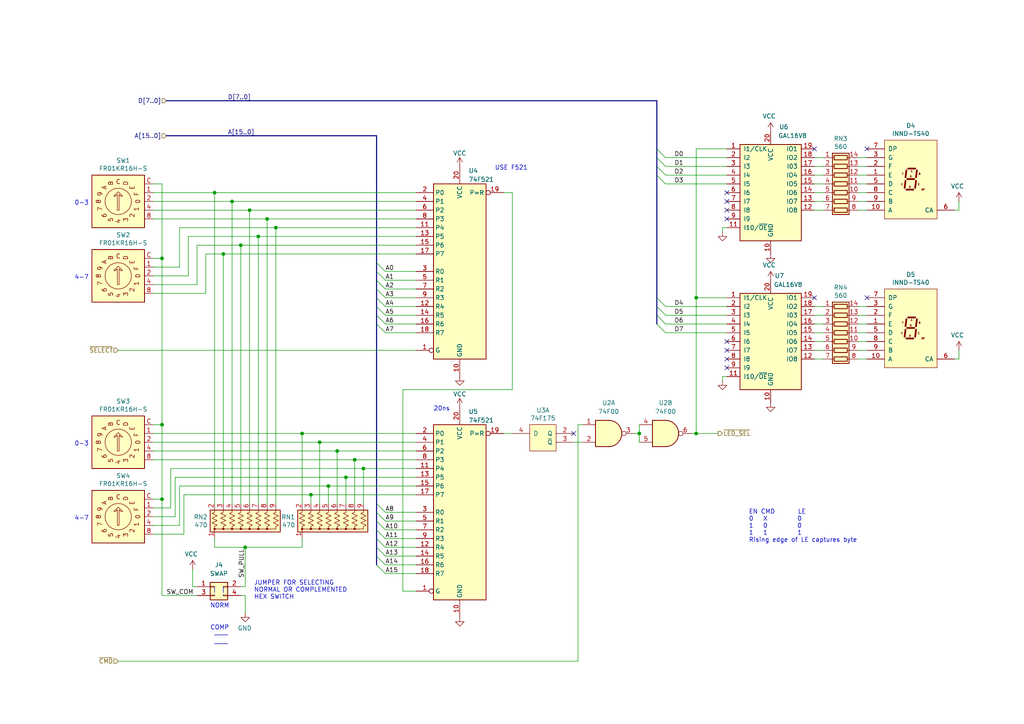
<source format=kicad_sch>
(kicad_sch (version 20211123) (generator eeschema)
  (paper "A4")
  (title_block (title "MC Mechanic") (company "(C) 2022 Tube Time") (comment 1 "http://creativecommons.org/licenses/by-sa/4.0/") (comment 2 "To view a copy of this license, visit") (comment 3 "Attribution-ShareAlike 4.0 International License.") (comment 4 "This work is licensed under the Creative Commons"))
  (lib_symbols
    (symbol "74xx:74LS00" (pin_names (offset 1.016))
      (property "Reference" "U" (at 0 1.27 0))
      (property "Value" "74LS00" (at 0 -1.27 0))
      (symbol "74LS00_1_1"
        (arc (start 0 -3.81) (mid 3.81 0) (end 0 3.81) (stroke (width 0.254)) (fill (type background)))
        (polyline (pts (xy 0 3.81) (xy -3.81 3.81) (xy -3.81 -3.81) (xy 0 -3.81)) (stroke (width 0.254)) (fill (type background)))
        (pin input line (at -7.62 2.54 0) (length 3.81) (name "~") (number "1"))
        (pin input line (at -7.62 -2.54 0) (length 3.81) (name "~") (number "2"))
        (pin output inverted (at 7.62 0 180) (length 3.81) (name "~") (number "3"))
      )
      (symbol "74LS00_1_2"
        (arc (start -3.81 -3.81) (mid -2.589 0) (end -3.81 3.81) (stroke (width 0.254)))
        (arc (start -0.6096 -3.81) (mid 2.1855 -2.584) (end 3.81 0) (stroke (width 0.254)) (fill (type background)))
        (polyline (pts (xy -3.81 -3.81) (xy -0.635 -3.81)) (stroke (width 0.254)) (fill (type background)))
        (polyline (pts (xy -3.81 3.81) (xy -0.635 3.81)) (stroke (width 0.254)) (fill (type background)))
        (polyline (pts (xy -0.635 3.81) (xy -3.81 3.81) (xy -3.81 3.81) (xy -3.556 3.4036) (xy -3.0226 2.2606) (xy -2.6924 1.0414) (xy -2.6162 -0.254) (xy -2.7686 -1.4986) (xy -3.175 -2.7178) (xy -3.81 -3.81) (xy -3.81 -3.81) (xy -0.635 -3.81)) (stroke (width -25.4)) (fill (type background)))
        (arc (start 3.81 0) (mid 2.1928 2.5925) (end -0.6096 3.81) (stroke (width 0.254)) (fill (type background)))
        (pin input inverted (at -7.62 2.54 0) (length 4.318) (name "~") (number "1"))
        (pin input inverted (at -7.62 -2.54 0) (length 4.318) (name "~") (number "2"))
        (pin output line (at 7.62 0 180) (length 3.81) (name "~") (number "3"))
      )
      (symbol "74LS00_2_1"
        (arc (start 0 -3.81) (mid 3.81 0) (end 0 3.81) (stroke (width 0.254)) (fill (type background)))
        (polyline (pts (xy 0 3.81) (xy -3.81 3.81) (xy -3.81 -3.81) (xy 0 -3.81)) (stroke (width 0.254)) (fill (type background)))
        (pin input line (at -7.62 2.54 0) (length 3.81) (name "~") (number "4"))
        (pin input line (at -7.62 -2.54 0) (length 3.81) (name "~") (number "5"))
        (pin output inverted (at 7.62 0 180) (length 3.81) (name "~") (number "6"))
      )
      (symbol "74LS00_2_2"
        (arc (start -3.81 -3.81) (mid -2.589 0) (end -3.81 3.81) (stroke (width 0.254)))
        (arc (start -0.6096 -3.81) (mid 2.1855 -2.584) (end 3.81 0) (stroke (width 0.254)) (fill (type background)))
        (polyline (pts (xy -3.81 -3.81) (xy -0.635 -3.81)) (stroke (width 0.254)) (fill (type background)))
        (polyline (pts (xy -3.81 3.81) (xy -0.635 3.81)) (stroke (width 0.254)) (fill (type background)))
        (polyline (pts (xy -0.635 3.81) (xy -3.81 3.81) (xy -3.81 3.81) (xy -3.556 3.4036) (xy -3.0226 2.2606) (xy -2.6924 1.0414) (xy -2.6162 -0.254) (xy -2.7686 -1.4986) (xy -3.175 -2.7178) (xy -3.81 -3.81) (xy -3.81 -3.81) (xy -0.635 -3.81)) (stroke (width -25.4)) (fill (type background)))
        (arc (start 3.81 0) (mid 2.1928 2.5925) (end -0.6096 3.81) (stroke (width 0.254)) (fill (type background)))
        (pin input inverted (at -7.62 2.54 0) (length 4.318) (name "~") (number "4"))
        (pin input inverted (at -7.62 -2.54 0) (length 4.318) (name "~") (number "5"))
        (pin output line (at 7.62 0 180) (length 3.81) (name "~") (number "6"))
      )
      (symbol "74LS00_3_1"
        (arc (start 0 -3.81) (mid 3.81 0) (end 0 3.81) (stroke (width 0.254)) (fill (type background)))
        (polyline (pts (xy 0 3.81) (xy -3.81 3.81) (xy -3.81 -3.81) (xy 0 -3.81)) (stroke (width 0.254)) (fill (type background)))
        (pin input line (at -7.62 -2.54 0) (length 3.81) (name "~") (number "10"))
        (pin output inverted (at 7.62 0 180) (length 3.81) (name "~") (number "8"))
        (pin input line (at -7.62 2.54 0) (length 3.81) (name "~") (number "9"))
      )
      (symbol "74LS00_3_2"
        (arc (start -3.81 -3.81) (mid -2.589 0) (end -3.81 3.81) (stroke (width 0.254)))
        (arc (start -0.6096 -3.81) (mid 2.1855 -2.584) (end 3.81 0) (stroke (width 0.254)) (fill (type background)))
        (polyline (pts (xy -3.81 -3.81) (xy -0.635 -3.81)) (stroke (width 0.254)) (fill (type background)))
        (polyline (pts (xy -3.81 3.81) (xy -0.635 3.81)) (stroke (width 0.254)) (fill (type background)))
        (polyline (pts (xy -0.635 3.81) (xy -3.81 3.81) (xy -3.81 3.81) (xy -3.556 3.4036) (xy -3.0226 2.2606) (xy -2.6924 1.0414) (xy -2.6162 -0.254) (xy -2.7686 -1.4986) (xy -3.175 -2.7178) (xy -3.81 -3.81) (xy -3.81 -3.81) (xy -0.635 -3.81)) (stroke (width -25.4)) (fill (type background)))
        (arc (start 3.81 0) (mid 2.1928 2.5925) (end -0.6096 3.81) (stroke (width 0.254)) (fill (type background)))
        (pin input inverted (at -7.62 -2.54 0) (length 4.318) (name "~") (number "10"))
        (pin output line (at 7.62 0 180) (length 3.81) (name "~") (number "8"))
        (pin input inverted (at -7.62 2.54 0) (length 4.318) (name "~") (number "9"))
      )
      (symbol "74LS00_4_1"
        (arc (start 0 -3.81) (mid 3.81 0) (end 0 3.81) (stroke (width 0.254)) (fill (type background)))
        (polyline (pts (xy 0 3.81) (xy -3.81 3.81) (xy -3.81 -3.81) (xy 0 -3.81)) (stroke (width 0.254)) (fill (type background)))
        (pin output inverted (at 7.62 0 180) (length 3.81) (name "~") (number "11"))
        (pin input line (at -7.62 2.54 0) (length 3.81) (name "~") (number "12"))
        (pin input line (at -7.62 -2.54 0) (length 3.81) (name "~") (number "13"))
      )
      (symbol "74LS00_4_2"
        (arc (start -3.81 -3.81) (mid -2.589 0) (end -3.81 3.81) (stroke (width 0.254)))
        (arc (start -0.6096 -3.81) (mid 2.1855 -2.584) (end 3.81 0) (stroke (width 0.254)) (fill (type background)))
        (polyline (pts (xy -3.81 -3.81) (xy -0.635 -3.81)) (stroke (width 0.254)) (fill (type background)))
        (polyline (pts (xy -3.81 3.81) (xy -0.635 3.81)) (stroke (width 0.254)) (fill (type background)))
        (polyline (pts (xy -0.635 3.81) (xy -3.81 3.81) (xy -3.81 3.81) (xy -3.556 3.4036) (xy -3.0226 2.2606) (xy -2.6924 1.0414) (xy -2.6162 -0.254) (xy -2.7686 -1.4986) (xy -3.175 -2.7178) (xy -3.81 -3.81) (xy -3.81 -3.81) (xy -0.635 -3.81)) (stroke (width -25.4)) (fill (type background)))
        (arc (start 3.81 0) (mid 2.1928 2.5925) (end -0.6096 3.81) (stroke (width 0.254)) (fill (type background)))
        (pin output line (at 7.62 0 180) (length 3.81) (name "~") (number "11"))
        (pin input inverted (at -7.62 2.54 0) (length 4.318) (name "~") (number "12"))
        (pin input inverted (at -7.62 -2.54 0) (length 4.318) (name "~") (number "13"))
      )
      (symbol "74LS00_5_0"
        (pin power_in line (at 0 12.7 270) (length 5.08) (name "VCC") (number "14"))
        (pin power_in line (at 0 -12.7 90) (length 5.08) (name "GND") (number "7"))
      )
      (symbol "74LS00_5_1"
        (rectangle (start -5.08 7.62) (end 5.08 -7.62) (stroke (width 0.254)) (fill (type background)))
      )
    )
    (symbol "74xx:74LS688"
      (property "Reference" "U" (at -7.62 26.67 0))
      (property "Value" "74LS688" (at -7.62 -26.67 0))
      (symbol "74LS688_1_0"
        (pin input inverted (at -12.7 -22.86 0) (length 5.08) (name "G") (number "1"))
        (pin power_in line (at 0 -30.48 90) (length 5.08) (name "GND") (number "10"))
        (pin input line (at -12.7 12.7 0) (length 5.08) (name "P4") (number "11"))
        (pin input line (at -12.7 -10.16 0) (length 5.08) (name "R4") (number "12"))
        (pin input line (at -12.7 10.16 0) (length 5.08) (name "P5") (number "13"))
        (pin input line (at -12.7 -12.7 0) (length 5.08) (name "R5") (number "14"))
        (pin input line (at -12.7 7.62 0) (length 5.08) (name "P6") (number "15"))
        (pin input line (at -12.7 -15.24 0) (length 5.08) (name "R6") (number "16"))
        (pin input line (at -12.7 5.08 0) (length 5.08) (name "P7") (number "17"))
        (pin input line (at -12.7 -17.78 0) (length 5.08) (name "R7") (number "18"))
        (pin output inverted (at 12.7 22.86 180) (length 5.08) (name "P=R") (number "19"))
        (pin input line (at -12.7 22.86 0) (length 5.08) (name "P0") (number "2"))
        (pin power_in line (at 0 30.48 270) (length 5.08) (name "VCC") (number "20"))
        (pin input line (at -12.7 0 0) (length 5.08) (name "R0") (number "3"))
        (pin input line (at -12.7 20.32 0) (length 5.08) (name "P1") (number "4"))
        (pin input line (at -12.7 -2.54 0) (length 5.08) (name "R1") (number "5"))
        (pin input line (at -12.7 17.78 0) (length 5.08) (name "P2") (number "6"))
        (pin input line (at -12.7 -5.08 0) (length 5.08) (name "R2") (number "7"))
        (pin input line (at -12.7 15.24 0) (length 5.08) (name "P3") (number "8"))
        (pin input line (at -12.7 -7.62 0) (length 5.08) (name "R3") (number "9"))
      )
      (symbol "74LS688_1_1"
        (rectangle (start -7.62 25.4) (end 7.62 -25.4) (stroke (width 0.254)) (fill (type background)))
      )
    )
    (symbol "Connector_Generic:Conn_02x02_Odd_Even" (pin_names (offset 1.016) hide)
      (property "Reference" "J" (at 1.27 2.54 0))
      (property "Value" "Conn_02x02_Odd_Even" (at 1.27 -5.08 0))
      (symbol "Conn_02x02_Odd_Even_1_1"
        (rectangle (start -1.27 -2.413) (end 0 -2.667) (stroke (width 0.1524)))
        (rectangle (start -1.27 0.127) (end 0 -0.127) (stroke (width 0.1524)))
        (rectangle (start -1.27 1.27) (end 3.81 -3.81) (stroke (width 0.254)) (fill (type background)))
        (rectangle (start 3.81 -2.413) (end 2.54 -2.667) (stroke (width 0.1524)))
        (rectangle (start 3.81 0.127) (end 2.54 -0.127) (stroke (width 0.1524)))
        (pin passive line (at -5.08 0 0) (length 3.81) (name "Pin_1") (number "1"))
        (pin passive line (at 7.62 0 180) (length 3.81) (name "Pin_2") (number "2"))
        (pin passive line (at -5.08 -2.54 0) (length 3.81) (name "Pin_3") (number "3"))
        (pin passive line (at 7.62 -2.54 180) (length 3.81) (name "Pin_4") (number "4"))
      )
    )
    (symbol "Device:R_Network08_US" (pin_names (offset 0) hide)
      (property "Reference" "RN" (at -12.7 0 90))
      (property "Value" "R_Network08_US" (at 10.16 0 90))
      (symbol "R_Network08_US_0_1"
        (rectangle (start -11.43 -3.175) (end 8.89 3.175) (stroke (width 0.254)) (fill (type background)))
        (circle (center -10.16 2.286) (radius 0.254) (fill (type outline)))
        (circle (center -7.62 2.286) (radius 0.254) (fill (type outline)))
        (circle (center -5.08 2.286) (radius 0.254) (fill (type outline)))
        (circle (center -2.54 2.286) (radius 0.254) (fill (type outline)))
        (polyline (pts (xy -10.16 2.286) (xy 7.62 2.286)))
        (polyline (pts (xy -10.16 2.286) (xy -10.16 1.524) (xy -9.398 1.1684) (xy -10.922 0.508) (xy -9.398 -0.1524) (xy -10.922 -0.8382) (xy -9.398 -1.524) (xy -10.922 -2.1844) (xy -10.16 -2.54) (xy -10.16 -3.81)))
        (polyline (pts (xy -7.62 2.286) (xy -7.62 1.524) (xy -6.858 1.1684) (xy -8.382 0.508) (xy -6.858 -0.1524) (xy -8.382 -0.8382) (xy -6.858 -1.524) (xy -8.382 -2.1844) (xy -7.62 -2.54) (xy -7.62 -3.81)))
        (polyline (pts (xy -5.08 2.286) (xy -5.08 1.524) (xy -4.318 1.1684) (xy -5.842 0.508) (xy -4.318 -0.1524) (xy -5.842 -0.8382) (xy -4.318 -1.524) (xy -5.842 -2.1844) (xy -5.08 -2.54) (xy -5.08 -3.81)))
        (polyline (pts (xy -2.54 2.286) (xy -2.54 1.524) (xy -1.778 1.1684) (xy -3.302 0.508) (xy -1.778 -0.1524) (xy -3.302 -0.8382) (xy -1.778 -1.524) (xy -3.302 -2.1844) (xy -2.54 -2.54) (xy -2.54 -3.81)))
        (polyline (pts (xy 0 2.286) (xy 0 1.524) (xy 0.762 1.1684) (xy -0.762 0.508) (xy 0.762 -0.1524) (xy -0.762 -0.8382) (xy 0.762 -1.524) (xy -0.762 -2.1844) (xy 0 -2.54) (xy 0 -3.81)))
        (polyline (pts (xy 2.54 2.286) (xy 2.54 1.524) (xy 3.302 1.1684) (xy 1.778 0.508) (xy 3.302 -0.1524) (xy 1.778 -0.8382) (xy 3.302 -1.524) (xy 1.778 -2.1844) (xy 2.54 -2.54) (xy 2.54 -3.81)))
        (polyline (pts (xy 5.08 2.286) (xy 5.08 1.524) (xy 5.842 1.1684) (xy 4.318 0.508) (xy 5.842 -0.1524) (xy 4.318 -0.8382) (xy 5.842 -1.524) (xy 4.318 -2.1844) (xy 5.08 -2.54) (xy 5.08 -3.81)))
        (polyline (pts (xy 7.62 2.286) (xy 7.62 1.524) (xy 8.382 1.1684) (xy 6.858 0.508) (xy 8.382 -0.1524) (xy 6.858 -0.8382) (xy 8.382 -1.524) (xy 6.858 -2.1844) (xy 7.62 -2.54) (xy 7.62 -3.81)))
        (circle (center 0 2.286) (radius 0.254) (fill (type outline)))
        (circle (center 2.54 2.286) (radius 0.254) (fill (type outline)))
        (circle (center 5.08 2.286) (radius 0.254) (fill (type outline)))
      )
      (symbol "R_Network08_US_1_1"
        (pin passive line (at -10.16 5.08 270) (length 2.54) (name "common") (number "1"))
        (pin passive line (at -10.16 -5.08 90) (length 1.27) (name "R1") (number "2"))
        (pin passive line (at -7.62 -5.08 90) (length 1.27) (name "R2") (number "3"))
        (pin passive line (at -5.08 -5.08 90) (length 1.27) (name "R3") (number "4"))
        (pin passive line (at -2.54 -5.08 90) (length 1.27) (name "R4") (number "5"))
        (pin passive line (at 0 -5.08 90) (length 1.27) (name "R5") (number "6"))
        (pin passive line (at 2.54 -5.08 90) (length 1.27) (name "R6") (number "7"))
        (pin passive line (at 5.08 -5.08 90) (length 1.27) (name "R7") (number "8"))
        (pin passive line (at 7.62 -5.08 90) (length 1.27) (name "R8") (number "9"))
      )
    )
    (symbol "Device:R_Pack07" (pin_names (offset 0) hide)
      (property "Reference" "RN" (at -10.16 0 90))
      (property "Value" "R_Pack07" (at 10.16 0 90))
      (symbol "R_Pack07_0_1"
        (rectangle (start -8.89 -2.413) (end 8.89 2.413) (stroke (width 0.254)) (fill (type background)))
        (rectangle (start -8.255 1.905) (end -6.985 -1.905) (stroke (width 0.254)))
        (rectangle (start -5.715 1.905) (end -4.445 -1.905) (stroke (width 0.254)))
        (rectangle (start -3.175 1.905) (end -1.905 -1.905) (stroke (width 0.254)))
        (rectangle (start -0.635 1.905) (end 0.635 -1.905) (stroke (width 0.254)))
        (polyline (pts (xy -7.62 -2.54) (xy -7.62 -1.905)))
        (polyline (pts (xy -7.62 1.905) (xy -7.62 2.54)))
        (polyline (pts (xy -5.08 -2.54) (xy -5.08 -1.905)))
        (polyline (pts (xy -5.08 1.905) (xy -5.08 2.54)))
        (polyline (pts (xy -2.54 -2.54) (xy -2.54 -1.905)))
        (polyline (pts (xy -2.54 1.905) (xy -2.54 2.54)))
        (polyline (pts (xy 0 -2.54) (xy 0 -1.905)))
        (polyline (pts (xy 0 1.905) (xy 0 2.54)))
        (polyline (pts (xy 2.54 -2.54) (xy 2.54 -1.905)))
        (polyline (pts (xy 2.54 1.905) (xy 2.54 2.54)))
        (polyline (pts (xy 5.08 -2.54) (xy 5.08 -1.905)))
        (polyline (pts (xy 5.08 1.905) (xy 5.08 2.54)))
        (polyline (pts (xy 7.62 -2.54) (xy 7.62 -1.905)))
        (polyline (pts (xy 7.62 1.905) (xy 7.62 2.54)))
        (rectangle (start 1.905 1.905) (end 3.175 -1.905) (stroke (width 0.254)))
        (rectangle (start 4.445 1.905) (end 5.715 -1.905) (stroke (width 0.254)))
        (rectangle (start 6.985 1.905) (end 8.255 -1.905) (stroke (width 0.254)))
      )
      (symbol "R_Pack07_1_1"
        (pin passive line (at -7.62 -5.08 90) (length 2.54) (name "R1.1") (number "1"))
        (pin passive line (at 2.54 5.08 270) (length 2.54) (name "R5.2") (number "10"))
        (pin passive line (at 0 5.08 270) (length 2.54) (name "R4.2") (number "11"))
        (pin passive line (at -2.54 5.08 270) (length 2.54) (name "R3.2") (number "12"))
        (pin passive line (at -5.08 5.08 270) (length 2.54) (name "R2.2") (number "13"))
        (pin passive line (at -7.62 5.08 270) (length 2.54) (name "R1.2") (number "14"))
        (pin passive line (at -5.08 -5.08 90) (length 2.54) (name "R2.1") (number "2"))
        (pin passive line (at -2.54 -5.08 90) (length 2.54) (name "R3.1") (number "3"))
        (pin passive line (at 0 -5.08 90) (length 2.54) (name "R4.1") (number "4"))
        (pin passive line (at 2.54 -5.08 90) (length 2.54) (name "R5.1") (number "5"))
        (pin passive line (at 5.08 -5.08 90) (length 2.54) (name "R6.1") (number "6"))
        (pin passive line (at 7.62 -5.08 90) (length 2.54) (name "R7.1") (number "7"))
        (pin passive line (at 7.62 5.08 270) (length 2.54) (name "R7.2") (number "8"))
        (pin passive line (at 5.08 5.08 270) (length 2.54) (name "R6.2") (number "9"))
      )
    )
    (symbol "Logic_Programmable:GAL16V8" (pin_names (offset 1.016))
      (property "Reference" "U" (at -8.89 16.51 0))
      (property "Value" "GAL16V8" (at 1.27 16.51 0))
      (symbol "GAL16V8_0_0"
        (pin power_in line (at 0 -17.78 90) (length 3.81) (name "GND") (number "10"))
        (pin power_in line (at 0 17.78 270) (length 3.81) (name "VCC") (number "20"))
      )
      (symbol "GAL16V8_0_1"
        (rectangle (start -8.89 13.97) (end 8.89 -13.97) (stroke (width 0.254)) (fill (type background)))
      )
      (symbol "GAL16V8_1_1"
        (pin input line (at -12.7 12.7 0) (length 3.81) (name "I1/CLK") (number "1"))
        (pin input line (at -12.7 -10.16 0) (length 3.81) (name "I10/~{OE}") (number "11"))
        (pin tri_state line (at 12.7 -5.08 180) (length 3.81) (name "IO8") (number "12"))
        (pin tri_state line (at 12.7 -2.54 180) (length 3.81) (name "IO7") (number "13"))
        (pin tri_state line (at 12.7 0 180) (length 3.81) (name "IO6") (number "14"))
        (pin tri_state line (at 12.7 2.54 180) (length 3.81) (name "IO5") (number "15"))
        (pin tri_state line (at 12.7 5.08 180) (length 3.81) (name "IO4") (number "16"))
        (pin tri_state line (at 12.7 7.62 180) (length 3.81) (name "I03") (number "17"))
        (pin tri_state line (at 12.7 10.16 180) (length 3.81) (name "IO2") (number "18"))
        (pin tri_state line (at 12.7 12.7 180) (length 3.81) (name "IO1") (number "19"))
        (pin input line (at -12.7 10.16 0) (length 3.81) (name "I2") (number "2"))
        (pin input line (at -12.7 7.62 0) (length 3.81) (name "I3") (number "3"))
        (pin input line (at -12.7 5.08 0) (length 3.81) (name "I4") (number "4"))
        (pin input line (at -12.7 2.54 0) (length 3.81) (name "I5") (number "5"))
        (pin input line (at -12.7 0 0) (length 3.81) (name "I6") (number "6"))
        (pin input line (at -12.7 -2.54 0) (length 3.81) (name "I7") (number "7"))
        (pin input line (at -12.7 -5.08 0) (length 3.81) (name "I8") (number "8"))
        (pin input line (at -12.7 -7.62 0) (length 3.81) (name "I9") (number "9"))
      )
    )
    (symbol "Switch:SW_Coded_SH-7050" (pin_names hide)
      (property "Reference" "SW" (at -7.62 8.89 0))
      (property "Value" "SW_Coded_SH-7050" (at -7.62 -8.89 0))
      (symbol "SW_Coded_SH-7050_0_0"
        (text "0" (at 5.715 0 2700) (effects (font (size 1.27 1.27))))
        (text "1" (at 5.2832 -2.1844 2475) (effects (font (size 1.27 1.27))))
        (text "2" (at 4.0386 -4.0386 2250) (effects (font (size 1.27 1.27))))
        (text "3" (at 2.1844 -5.2832 2025) (effects (font (size 1.27 1.27))))
        (text "4" (at 0 -5.715 1800) (effects (font (size 1.27 1.27))))
        (text "5" (at -2.1844 -5.2832 1575) (effects (font (size 1.27 1.27))))
        (text "6" (at -4.0386 -4.0386 1350) (effects (font (size 1.27 1.27))))
        (text "7" (at -5.2832 -2.1844 1125) (effects (font (size 1.27 1.27))))
        (text "8" (at -5.715 0 900) (effects (font (size 1.27 1.27))))
        (text "9" (at -5.2832 2.1844 675) (effects (font (size 1.27 1.27))))
        (text "A" (at -4.0386 4.0386 450) (effects (font (size 1.27 1.27))))
        (text "B" (at -2.1844 5.2832 225) (effects (font (size 1.27 1.27))))
        (text "C" (at 0 5.715 0) (effects (font (size 1.27 1.27))))
        (text "D" (at 2.1844 5.2832 3375) (effects (font (size 1.27 1.27))))
        (text "E" (at 4.0386 4.0386 3150) (effects (font (size 1.27 1.27))))
        (text "F" (at 5.2832 2.1844 2925) (effects (font (size 1.27 1.27))))
      )
      (symbol "SW_Coded_SH-7050_0_1"
        (polyline (pts (xy -0.254 -2.54) (xy -0.254 2.032) (xy -0.762 1.524) (xy -1.27 1.524) (xy 0 2.794) (xy 1.27 1.524) (xy 0.762 1.524) (xy 0.254 2.032) (xy 0.254 -2.54) (xy -0.254 -2.54) (xy -0.254 -2.54)))
        (circle (center 0 0) (radius 3.81))
        (rectangle (start 7.62 7.62) (end -7.62 -7.62) (stroke (width 0.254)) (fill (type background)))
      )
      (symbol "SW_Coded_SH-7050_1_1"
        (pin passive line (at 10.16 2.54 180) (length 2.54) (name "1") (number "1"))
        (pin passive line (at 10.16 0 180) (length 2.54) (name "2") (number "2"))
        (pin passive line (at 10.16 -2.54 180) (length 2.54) (name "4") (number "4"))
        (pin passive line (at 10.16 -5.08 180) (length 2.54) (name "8") (number "8"))
        (pin passive line (at 10.16 5.08 180) (length 2.54) (name "C") (number "C"))
      )
    )
    (symbol "discretes:INND-TS40" (pin_names (offset 1.016))
      (property "Reference" "D" (at 2.54 5.08 0))
      (property "Value" "INND-TS40" (at 7.62 2.54 0))
      (symbol "INND-TS40_0_1"
        (rectangle (start 0 0) (end 15.24 -22.86) (fill (type background)))
      )
      (symbol "INND-TS40_1_1"
        (polyline (pts (xy 6.096 -11.811) (xy 5.842 -13.843)) (stroke (width 0.508)))
        (polyline (pts (xy 6.35 -14.351) (xy 8.382 -14.351)) (stroke (width 0.508)))
        (polyline (pts (xy 6.35 -8.763) (xy 6.096 -10.795)) (stroke (width 0.508)))
        (polyline (pts (xy 6.604 -11.303) (xy 8.636 -11.303)) (stroke (width 0.508)))
        (polyline (pts (xy 6.858 -8.255) (xy 8.89 -8.255)) (stroke (width 0.508)))
        (polyline (pts (xy 9.144 -11.811) (xy 8.89 -13.843)) (stroke (width 0.508)))
        (polyline (pts (xy 9.398 -8.763) (xy 9.144 -10.795)) (stroke (width 0.508)))
        (polyline (pts (xy 10.16 -14.351) (xy 10.16 -14.351)) (stroke (width 0.508)))
        (text "A" (at 7.874 -9.017 0) (effects (font (size 0.508 0.508))))
        (text "B" (at 10.16 -9.779 0) (effects (font (size 0.508 0.508))))
        (text "C" (at 9.906 -12.827 0) (effects (font (size 0.508 0.508))))
        (text "D" (at 7.366 -13.589 0) (effects (font (size 0.508 0.508))))
        (text "DP" (at 11.176 -14.351 0) (effects (font (size 0.508 0.508))))
        (text "E" (at 5.08 -12.827 0) (effects (font (size 0.508 0.508))))
        (text "F" (at 5.334 -9.779 0) (effects (font (size 0.508 0.508))))
        (text "G" (at 7.62 -10.541 0) (effects (font (size 0.508 0.508))))
        (pin passive line (at -5.08 -10.16 0) (length 5.08) (name "E") (number "1"))
        (pin passive line (at -5.08 -20.32 0) (length 5.08) (name "A") (number "10"))
        (pin passive line (at -5.08 -7.62 0) (length 5.08) (name "F") (number "2"))
        (pin passive line (at -5.08 -5.08 0) (length 5.08) (name "G") (number "3"))
        (pin passive line (at -5.08 -12.7 0) (length 5.08) (name "D") (number "5"))
        (pin passive line (at 20.32 -20.32 180) (length 5.08) (name "CA") (number "6"))
        (pin passive line (at -5.08 -2.54 0) (length 5.08) (name "DP") (number "7"))
        (pin passive line (at -5.08 -15.24 0) (length 5.08) (name "C") (number "8"))
        (pin passive line (at -5.08 -17.78 0) (length 5.08) (name "B") (number "9"))
      )
    )
    (symbol "logic:74X175" (pin_names (offset 1.016))
      (property "Reference" "U" (at 8.89 3.81 0))
      (property "Value" "74X175" (at 11.43 1.27 0))
      (symbol "74X175_1_1"
        (rectangle (start 0 0) (end 7.62 -7.62) (fill (type background)))
        (pin output line (at 12.7 -2.54 180) (length 5.08) (name "Q") (number "2"))
        (pin output line (at 12.7 -5.08 180) (length 5.08) (name "~{Q}") (number "3"))
        (pin input line (at -5.08 -2.54 0) (length 5.08) (name "D") (number "4"))
      )
      (symbol "74X175_2_1"
        (rectangle (start 0 0) (end 7.62 -7.62) (fill (type background)))
        (pin input line (at -5.08 -2.54 0) (length 5.08) (name "D") (number "5"))
        (pin output line (at 12.7 -5.08 180) (length 5.08) (name "~{Q}") (number "6"))
        (pin output line (at 12.7 -2.54 180) (length 5.08) (name "Q") (number "7"))
      )
      (symbol "74X175_3_1"
        (rectangle (start 0 0) (end 7.62 -7.62) (fill (type background)))
        (pin output line (at 12.7 -2.54 180) (length 5.08) (name "Q") (number "10"))
        (pin output line (at 12.7 -5.08 180) (length 5.08) (name "~{Q}") (number "11"))
        (pin input line (at -5.08 -2.54 0) (length 5.08) (name "D") (number "12"))
      )
      (symbol "74X175_4_1"
        (rectangle (start 0 0) (end 7.62 -7.62) (fill (type background)))
        (pin input line (at -5.08 -2.54 0) (length 5.08) (name "D") (number "13"))
        (pin output line (at 12.7 -5.08 180) (length 5.08) (name "~{Q}") (number "14"))
        (pin output line (at 12.7 -2.54 180) (length 5.08) (name "Q") (number "15"))
      )
      (symbol "74X175_5_1"
        (rectangle (start 0 0) (end 11.43 -11.43) (fill (type background)))
        (pin input line (at -5.08 -7.62 0) (length 5.08) (name "~{MR}") (number "1"))
        (pin power_in line (at 6.35 5.08 270) (length 5.08) (name "VCC") (number "16"))
        (pin power_in line (at 6.35 -16.51 90) (length 5.08) (name "GND") (number "8"))
        (pin input clock (at -5.08 -5.08 0) (length 5.08) (name "CP") (number "9"))
      )
    )
    (symbol "power:GND" (power) (pin_names (offset 0))
      (property "Value" "GND" (at 0 -3.81 0))
      (symbol "GND_0_1"
        (polyline (pts (xy 0 0) (xy 0 -1.27) (xy 1.27 -1.27) (xy 0 -2.54) (xy -1.27 -1.27) (xy 0 -1.27)))
      )
      (symbol "GND_1_1"
        (pin power_in line (at 0 0 270) (length 0) hide (name "GND") (number "1"))
      )
    )
    (symbol "power:VCC" (power) (pin_names (offset 0))
      (property "Value" "VCC" (at 0 3.81 0))
      (symbol "VCC_0_1"
        (polyline (pts (xy -0.762 1.27) (xy 0 2.54)))
        (polyline (pts (xy 0 0) (xy 0 2.54)))
        (polyline (pts (xy 0 2.54) (xy 0.762 1.27)))
      )
      (symbol "VCC_1_1"
        (pin power_in line (at 0 0 90) (length 0) hide (name "VCC") (number "1"))
      )
    )
  )
  (junction (at 105.41 135.89))
  (junction (at 46.99 123.19))
  (junction (at 80.01 66.04))
  (junction (at 46.99 74.93))
  (junction (at 62.23 55.88))
  (junction (at 67.31 58.42))
  (junction (at 87.63 125.73))
  (junction (at 69.85 71.12))
  (junction (at 201.93 86.36))
  (junction (at 97.79 130.81))
  (junction (at 46.99 144.78))
  (junction (at 185.42 125.73))
  (junction (at 92.71 128.27))
  (junction (at 64.77 73.66))
  (junction (at 100.33 138.43))
  (junction (at 95.25 140.97))
  (junction (at 72.39 60.96))
  (junction (at 71.12 158.75))
  (junction (at 102.87 133.35))
  (junction (at 201.93 125.73))
  (junction (at 90.17 143.51))
  (junction (at 74.93 68.58))
  (junction (at 77.47 63.5))
  (no_connect (at 251.46 86.36))
  (no_connect (at 236.22 86.36))
  (no_connect (at 210.82 99.06))
  (no_connect (at 210.82 60.96))
  (no_connect (at 236.22 43.18))
  (no_connect (at 210.82 63.5))
  (no_connect (at 210.82 55.88))
  (no_connect (at 251.46 43.18))
  (no_connect (at 210.82 101.6))
  (no_connect (at 210.82 58.42))
  (no_connect (at 210.82 106.68))
  (no_connect (at 210.82 104.14))
  (no_connect (at 166.37 125.73))
  (bus_entry (at 109.22 151.13) (size 2.54 2.54))
  (bus_entry (at 109.22 93.98) (size 2.54 2.54))
  (bus_entry (at 109.22 156.21) (size 2.54 2.54))
  (bus_entry (at 190.5 43.18) (size 2.54 2.54))
  (bus_entry (at 190.5 45.72) (size 2.54 2.54))
  (bus_entry (at 109.22 81.28) (size 2.54 2.54))
  (bus_entry (at 109.22 153.67) (size 2.54 2.54))
  (bus_entry (at 190.5 86.36) (size 2.54 2.54))
  (bus_entry (at 190.5 88.9) (size 2.54 2.54))
  (bus_entry (at 190.5 50.8) (size 2.54 2.54))
  (bus_entry (at 190.5 91.44) (size 2.54 2.54))
  (bus_entry (at 109.22 146.05) (size 2.54 2.54))
  (bus_entry (at 109.22 158.75) (size 2.54 2.54))
  (bus_entry (at 109.22 76.2) (size 2.54 2.54))
  (bus_entry (at 190.5 93.98) (size 2.54 2.54))
  (bus_entry (at 109.22 148.59) (size 2.54 2.54))
  (bus_entry (at 109.22 91.44) (size 2.54 2.54))
  (bus_entry (at 190.5 48.26) (size 2.54 2.54))
  (bus_entry (at 109.22 78.74) (size 2.54 2.54))
  (bus_entry (at 109.22 83.82) (size 2.54 2.54))
  (bus_entry (at 109.22 86.36) (size 2.54 2.54))
  (bus_entry (at 109.22 163.83) (size 2.54 2.54))
  (bus_entry (at 109.22 161.29) (size 2.54 2.54))
  (bus_entry (at 109.22 88.9) (size 2.54 2.54))
  (bus (pts (xy 190.5 29.21) (xy 190.5 43.18)))
  (wire (pts (xy 248.92 99.06) (xy 251.46 99.06)))
  (wire (pts (xy 97.79 130.81) (xy 97.79 146.05)))
  (wire (pts (xy 102.87 133.35) (xy 120.65 133.35)))
  (polyline (pts (xy 62.23 186.69) (xy 66.04 186.69)) (stroke (width 0) (type solid)))
  (wire (pts (xy 87.63 146.05) (xy 87.63 125.73)))
  (wire (pts (xy 52.07 152.4) (xy 52.07 140.97)))
  (bus (pts (xy 190.5 91.44) (xy 190.5 93.98)))
  (wire (pts (xy 102.87 133.35) (xy 102.87 146.05)))
  (wire (pts (xy 193.04 93.98) (xy 210.82 93.98)))
  (wire (pts (xy 238.76 99.06) (xy 236.22 99.06)))
  (wire (pts (xy 90.17 143.51) (xy 120.65 143.51)))
  (wire (pts (xy 46.99 53.34) (xy 44.45 53.34)))
  (wire (pts (xy 210.82 86.36) (xy 201.93 86.36)))
  (wire (pts (xy 80.01 66.04) (xy 80.01 146.05)))
  (bus (pts (xy 109.22 151.13) (xy 109.22 153.67)))
  (wire (pts (xy 167.64 123.19) (xy 167.64 191.77)))
  (wire (pts (xy 44.45 77.47) (xy 52.07 77.47)))
  (wire (pts (xy 193.04 48.26) (xy 210.82 48.26)))
  (bus (pts (xy 109.22 83.82) (xy 109.22 86.36)))
  (wire (pts (xy 87.63 125.73) (xy 120.65 125.73)))
  (bus (pts (xy 109.22 161.29) (xy 109.22 163.83)))
  (polyline (pts (xy 62.23 184.15) (xy 66.04 184.15)) (stroke (width 0) (type solid)))
  (wire (pts (xy 116.84 113.03) (xy 116.84 171.45)))
  (wire (pts (xy 105.41 135.89) (xy 105.41 146.05)))
  (polyline (pts (xy 62.23 170.18) (xy 62.23 172.72)))
  (bus (pts (xy 109.22 81.28) (xy 109.22 83.82)))
  (wire (pts (xy 49.53 147.32) (xy 49.53 135.89)))
  (wire (pts (xy 238.76 50.8) (xy 236.22 50.8)))
  (bus (pts (xy 109.22 76.2) (xy 109.22 78.74)))
  (wire (pts (xy 87.63 158.75) (xy 87.63 156.21)))
  (wire (pts (xy 92.71 128.27) (xy 92.71 146.05)))
  (wire (pts (xy 59.69 85.09) (xy 59.69 73.66)))
  (wire (pts (xy 67.31 58.42) (xy 120.65 58.42)))
  (bus (pts (xy 109.22 88.9) (xy 109.22 91.44)))
  (wire (pts (xy 120.65 96.52) (xy 111.76 96.52)))
  (wire (pts (xy 120.65 148.59) (xy 111.76 148.59)))
  (wire (pts (xy 248.92 104.14) (xy 251.46 104.14)))
  (wire (pts (xy 248.92 53.34) (xy 251.46 53.34)))
  (wire (pts (xy 46.99 144.78) (xy 46.99 172.72)))
  (wire (pts (xy 69.85 172.72) (xy 71.12 172.72)))
  (wire (pts (xy 210.82 88.9) (xy 193.04 88.9)))
  (wire (pts (xy 120.65 83.82) (xy 111.76 83.82)))
  (wire (pts (xy 278.13 60.96) (xy 276.86 60.96)))
  (wire (pts (xy 120.65 153.67) (xy 111.76 153.67)))
  (bus (pts (xy 190.5 29.21) (xy 48.26 29.21)))
  (wire (pts (xy 248.92 96.52) (xy 251.46 96.52)))
  (wire (pts (xy 120.65 156.21) (xy 111.76 156.21)))
  (wire (pts (xy 210.82 66.04) (xy 209.55 66.04)))
  (bus (pts (xy 109.22 39.37) (xy 109.22 76.2)))
  (wire (pts (xy 77.47 63.5) (xy 77.47 146.05)))
  (wire (pts (xy 95.25 140.97) (xy 120.65 140.97)))
  (wire (pts (xy 57.15 82.55) (xy 57.15 71.12)))
  (bus (pts (xy 109.22 93.98) (xy 109.22 146.05)))
  (wire (pts (xy 201.93 43.18) (xy 210.82 43.18)))
  (wire (pts (xy 248.92 45.72) (xy 251.46 45.72)))
  (wire (pts (xy 46.99 74.93) (xy 46.99 53.34)))
  (wire (pts (xy 185.42 125.73) (xy 185.42 128.27)))
  (wire (pts (xy 69.85 170.18) (xy 71.12 170.18)))
  (wire (pts (xy 71.12 158.75) (xy 87.63 158.75)))
  (wire (pts (xy 166.37 128.27) (xy 168.91 128.27)))
  (bus (pts (xy 109.22 91.44) (xy 109.22 93.98)))
  (bus (pts (xy 190.5 86.36) (xy 190.5 88.9)))
  (wire (pts (xy 55.88 170.18) (xy 55.88 165.1)))
  (wire (pts (xy 105.41 135.89) (xy 120.65 135.89)))
  (bus (pts (xy 190.5 88.9) (xy 190.5 91.44)))
  (wire (pts (xy 238.76 101.6) (xy 236.22 101.6)))
  (wire (pts (xy 120.65 78.74) (xy 111.76 78.74)))
  (wire (pts (xy 167.64 123.19) (xy 168.91 123.19)))
  (wire (pts (xy 201.93 125.73) (xy 208.28 125.73)))
  (wire (pts (xy 120.65 91.44) (xy 111.76 91.44)))
  (wire (pts (xy 44.45 152.4) (xy 52.07 152.4)))
  (wire (pts (xy 248.92 48.26) (xy 251.46 48.26)))
  (wire (pts (xy 46.99 123.19) (xy 44.45 123.19)))
  (wire (pts (xy 238.76 96.52) (xy 236.22 96.52)))
  (wire (pts (xy 210.82 109.22) (xy 209.55 109.22)))
  (wire (pts (xy 44.45 154.94) (xy 53.34 154.94)))
  (wire (pts (xy 248.92 58.42) (xy 251.46 58.42)))
  (wire (pts (xy 62.23 156.21) (xy 62.23 158.75)))
  (wire (pts (xy 185.42 123.19) (xy 185.42 125.73)))
  (wire (pts (xy 210.82 96.52) (xy 193.04 96.52)))
  (wire (pts (xy 248.92 60.96) (xy 251.46 60.96)))
  (bus (pts (xy 109.22 146.05) (xy 109.22 148.59)))
  (wire (pts (xy 238.76 48.26) (xy 236.22 48.26)))
  (wire (pts (xy 238.76 55.88) (xy 236.22 55.88)))
  (wire (pts (xy 100.33 138.43) (xy 120.65 138.43)))
  (wire (pts (xy 238.76 88.9) (xy 236.22 88.9)))
  (wire (pts (xy 62.23 55.88) (xy 120.65 55.88)))
  (wire (pts (xy 71.12 172.72) (xy 71.12 177.8)))
  (wire (pts (xy 44.45 125.73) (xy 87.63 125.73)))
  (wire (pts (xy 209.55 66.04) (xy 209.55 67.31)))
  (wire (pts (xy 72.39 60.96) (xy 72.39 146.05)))
  (wire (pts (xy 100.33 138.43) (xy 100.33 146.05)))
  (wire (pts (xy 193.04 91.44) (xy 210.82 91.44)))
  (wire (pts (xy 44.45 60.96) (xy 72.39 60.96)))
  (wire (pts (xy 248.92 93.98) (xy 251.46 93.98)))
  (wire (pts (xy 148.59 55.88) (xy 148.59 113.03)))
  (wire (pts (xy 59.69 73.66) (xy 64.77 73.66)))
  (wire (pts (xy 52.07 140.97) (xy 95.25 140.97)))
  (bus (pts (xy 190.5 43.18) (xy 190.5 45.72)))
  (wire (pts (xy 44.45 80.01) (xy 54.61 80.01)))
  (wire (pts (xy 52.07 77.47) (xy 52.07 66.04)))
  (wire (pts (xy 120.65 158.75) (xy 111.76 158.75)))
  (wire (pts (xy 210.82 45.72) (xy 193.04 45.72)))
  (bus (pts (xy 109.22 153.67) (xy 109.22 156.21)))
  (wire (pts (xy 116.84 171.45) (xy 120.65 171.45)))
  (wire (pts (xy 278.13 58.42) (xy 278.13 60.96)))
  (wire (pts (xy 44.45 149.86) (xy 50.8 149.86)))
  (wire (pts (xy 238.76 93.98) (xy 236.22 93.98)))
  (wire (pts (xy 44.45 63.5) (xy 77.47 63.5)))
  (wire (pts (xy 53.34 154.94) (xy 53.34 143.51)))
  (wire (pts (xy 120.65 151.13) (xy 111.76 151.13)))
  (bus (pts (xy 190.5 45.72) (xy 190.5 48.26)))
  (wire (pts (xy 120.65 163.83) (xy 111.76 163.83)))
  (wire (pts (xy 146.05 125.73) (xy 148.59 125.73)))
  (wire (pts (xy 57.15 71.12) (xy 69.85 71.12)))
  (wire (pts (xy 201.93 86.36) (xy 201.93 43.18)))
  (wire (pts (xy 44.45 58.42) (xy 67.31 58.42)))
  (wire (pts (xy 248.92 88.9) (xy 251.46 88.9)))
  (wire (pts (xy 44.45 133.35) (xy 102.87 133.35)))
  (wire (pts (xy 62.23 158.75) (xy 71.12 158.75)))
  (wire (pts (xy 50.8 149.86) (xy 50.8 138.43)))
  (wire (pts (xy 54.61 68.58) (xy 74.93 68.58)))
  (polyline (pts (xy 64.77 170.18) (xy 64.77 172.72)))
  (wire (pts (xy 44.45 128.27) (xy 92.71 128.27)))
  (bus (pts (xy 109.22 78.74) (xy 109.22 81.28)))
  (wire (pts (xy 278.13 101.6) (xy 278.13 104.14)))
  (wire (pts (xy 67.31 58.42) (xy 67.31 146.05)))
  (wire (pts (xy 210.82 53.34) (xy 193.04 53.34)))
  (wire (pts (xy 44.45 130.81) (xy 97.79 130.81)))
  (wire (pts (xy 95.25 140.97) (xy 95.25 146.05)))
  (wire (pts (xy 44.45 55.88) (xy 62.23 55.88)))
  (wire (pts (xy 44.45 82.55) (xy 57.15 82.55)))
  (wire (pts (xy 120.65 81.28) (xy 111.76 81.28)))
  (wire (pts (xy 90.17 143.51) (xy 90.17 146.05)))
  (wire (pts (xy 44.45 74.93) (xy 46.99 74.93)))
  (wire (pts (xy 64.77 73.66) (xy 120.65 73.66)))
  (wire (pts (xy 184.15 125.73) (xy 185.42 125.73)))
  (wire (pts (xy 72.39 60.96) (xy 120.65 60.96)))
  (wire (pts (xy 49.53 135.89) (xy 105.41 135.89)))
  (bus (pts (xy 190.5 50.8) (xy 190.5 86.36)))
  (wire (pts (xy 146.05 55.88) (xy 148.59 55.88)))
  (wire (pts (xy 46.99 144.78) (xy 46.99 123.19)))
  (wire (pts (xy 44.45 144.78) (xy 46.99 144.78)))
  (wire (pts (xy 238.76 53.34) (xy 236.22 53.34)))
  (bus (pts (xy 109.22 86.36) (xy 109.22 88.9)))
  (wire (pts (xy 200.66 125.73) (xy 201.93 125.73)))
  (wire (pts (xy 69.85 71.12) (xy 120.65 71.12)))
  (wire (pts (xy 238.76 60.96) (xy 236.22 60.96)))
  (bus (pts (xy 109.22 39.37) (xy 48.26 39.37)))
  (wire (pts (xy 50.8 138.43) (xy 100.33 138.43)))
  (wire (pts (xy 64.77 73.66) (xy 64.77 146.05)))
  (wire (pts (xy 52.07 66.04) (xy 80.01 66.04)))
  (wire (pts (xy 69.85 71.12) (xy 69.85 146.05)))
  (wire (pts (xy 238.76 104.14) (xy 236.22 104.14)))
  (wire (pts (xy 57.15 172.72) (xy 46.99 172.72)))
  (wire (pts (xy 248.92 101.6) (xy 251.46 101.6)))
  (wire (pts (xy 238.76 91.44) (xy 236.22 91.44)))
  (wire (pts (xy 46.99 74.93) (xy 46.99 123.19)))
  (wire (pts (xy 80.01 66.04) (xy 120.65 66.04)))
  (wire (pts (xy 34.29 191.77) (xy 167.64 191.77)))
  (wire (pts (xy 248.92 50.8) (xy 251.46 50.8)))
  (wire (pts (xy 77.47 63.5) (xy 120.65 63.5)))
  (wire (pts (xy 201.93 86.36) (xy 201.93 125.73)))
  (bus (pts (xy 109.22 148.59) (xy 109.22 151.13)))
  (wire (pts (xy 54.61 80.01) (xy 54.61 68.58)))
  (wire (pts (xy 97.79 130.81) (xy 120.65 130.81)))
  (wire (pts (xy 120.65 88.9) (xy 111.76 88.9)))
  (bus (pts (xy 109.22 158.75) (xy 109.22 161.29)))
  (bus (pts (xy 190.5 48.26) (xy 190.5 50.8)))
  (wire (pts (xy 248.92 91.44) (xy 251.46 91.44)))
  (wire (pts (xy 34.29 101.6) (xy 120.65 101.6)))
  (wire (pts (xy 120.65 161.29) (xy 111.76 161.29)))
  (wire (pts (xy 248.92 55.88) (xy 251.46 55.88)))
  (wire (pts (xy 120.65 166.37) (xy 111.76 166.37)))
  (wire (pts (xy 120.65 86.36) (xy 111.76 86.36)))
  (wire (pts (xy 278.13 104.14) (xy 276.86 104.14)))
  (wire (pts (xy 148.59 113.03) (xy 116.84 113.03)))
  (wire (pts (xy 74.93 68.58) (xy 120.65 68.58)))
  (wire (pts (xy 62.23 55.88) (xy 62.23 146.05)))
  (wire (pts (xy 238.76 45.72) (xy 236.22 45.72)))
  (wire (pts (xy 193.04 50.8) (xy 210.82 50.8)))
  (wire (pts (xy 209.55 109.22) (xy 209.55 110.49)))
  (wire (pts (xy 55.88 170.18) (xy 57.15 170.18)))
  (wire (pts (xy 92.71 128.27) (xy 120.65 128.27)))
  (wire (pts (xy 44.45 85.09) (xy 59.69 85.09)))
  (wire (pts (xy 120.65 93.98) (xy 111.76 93.98)))
  (wire (pts (xy 53.34 143.51) (xy 90.17 143.51)))
  (wire (pts (xy 74.93 68.58) (xy 74.93 146.05)))
  (wire (pts (xy 71.12 158.75) (xy 71.12 170.18)))
  (bus (pts (xy 109.22 156.21) (xy 109.22 158.75)))
  (wire (pts (xy 44.45 147.32) (xy 49.53 147.32)))
  (wire (pts (xy 238.76 58.42) (xy 236.22 58.42)))
  (text "NORM" (at 60.96 176.53 0) (effects (font (size 1.27 1.27)) (justify left bottom)))
  (text "USE F521" (at 143.51 49.53 0) (effects (font (size 1.27 1.27)) (justify left bottom)))
  (text "4-7" (at 21.59 81.28 0) (effects (font (size 1.27 1.27)) (justify left bottom)))
  (text "4-7" (at 21.59 151.13 0) (effects (font (size 1.27 1.27)) (justify left bottom)))
  (text "EN CMD       LE\n0   X         0\n1   0         0\n1   1         1\nRising edge of LE captures byte" (at 217.17 157.48 0) (effects (font (size 1.27 1.27)) (justify left bottom)))
  (text "0-3" (at 21.59 129.54 0) (effects (font (size 1.27 1.27)) (justify left bottom)))
  (text "JUMPER FOR SELECTING\nNORMAL OR COMPLEMENTED\nHEX SWITCH" (at 73.66 173.99 0) (effects (font (size 1.27 1.27)) (justify left bottom)))
  (text "20ns" (at 125.73 119.38 0) (effects (font (size 1.27 1.27)) (justify left bottom)))
  (text "0-3" (at 21.59 59.69 0) (effects (font (size 1.27 1.27)) (justify left bottom)))
  (text "COMP" (at 60.96 182.88 0) (effects (font (size 1.27 1.27)) (justify left bottom)))
  (label "D5" (at 195.58 91.44 0))
  (label "A12" (at 111.76 158.75 0))
  (label "D2" (at 195.58 50.8 0))
  (label "A5" (at 111.76 91.44 0))
  (label "A11" (at 111.76 156.21 0))
  (label "A4" (at 111.76 88.9 0))
  (label "A14" (at 111.76 163.83 0))
  (label "A7" (at 111.76 96.52 0))
  (label "A3" (at 111.76 86.36 0))
  (label "A6" (at 111.76 93.98 0))
  (label "D1" (at 195.58 48.26 0))
  (label "A13" (at 111.76 161.29 0))
  (label "A8" (at 111.76 148.59 0))
  (label "SW_COM" (at 48.26 172.72 0))
  (label "D[7..0]" (at 66.04 29.21 0))
  (label "A0" (at 111.76 78.74 0))
  (label "A1" (at 111.76 81.28 0))
  (label "A15" (at 111.76 166.37 0))
  (label "A[15..0]" (at 66.04 39.37 0))
  (label "A10" (at 111.76 153.67 0))
  (label "SW_PULL" (at 71.12 167.64 90))
  (label "A2" (at 111.76 83.82 0))
  (label "A9" (at 111.76 151.13 0))
  (label "D6" (at 195.58 93.98 0))
  (label "D4" (at 195.58 88.9 0))
  (label "D3" (at 195.58 53.34 0))
  (label "D0" (at 195.58 45.72 0))
  (label "D7" (at 195.58 96.52 0))
  (hierarchical_label "A[15..0]" (shape input) (at 48.26 39.37 180))
  (hierarchical_label "D[7..0]" (shape input) (at 48.26 29.21 180))
  (hierarchical_label "~{LED_SEL}" (shape output) (at 208.28 125.73 0))
  (hierarchical_label "~{SELECT}" (shape input) (at 34.29 101.6 180))
  (hierarchical_label "~{CMD}" (shape input) (at 34.29 191.77 180))
  (symbol (lib_id "74xx:74LS688") (at 133.35 78.74 0) (unit 1)
    (property "Reference" "U4" (at 135.89 49.53 0) (effects (justify left)))
    (property "Value" "74F521" (at 135.89 52.07 0) (effects (justify left)))
    (property "Footprint" "Active:DIP254P762X635-20" (effects hide))
    (property "Datasheet" "http://www.ti.com/lit/gpn/sn74LS688" (effects hide))
    (property "Mouser" "595-SN74F521N" (effects hide))
  )
  (symbol (lib_id "74xx:74LS688") (at 133.35 148.59 0) (unit 1)
    (property "Reference" "U5" (at 135.89 119.38 0) (effects (justify left)))
    (property "Value" "74F521" (at 135.89 121.92 0) (effects (justify left)))
    (property "Footprint" "Active:DIP254P762X635-20" (effects hide))
    (property "Datasheet" "http://www.ti.com/lit/gpn/sn74LS688" (effects hide))
    (property "Mouser" "595-SN74F521N" (effects hide))
  )
  (symbol (lib_id "Switch:SW_Coded_SH-7050") (at 34.29 58.42 0) (unit 1)
    (property "Reference" "SW1" (at 35.7378 46.5582 0))
    (property "Value" "FR01KR16H-S" (at 35.7378 48.8696 0))
    (property "Footprint" "Switch:NKK_FR01KR16H" (effects hide))
    (property "MPN" "FR01KR16H-S" (effects hide))
    (property "Mouser" "633-FR01KR16H-S" (effects hide))
  )
  (symbol (lib_id "Switch:SW_Coded_SH-7050") (at 34.29 80.01 0) (unit 1)
    (property "Reference" "SW2" (at 35.7378 68.1482 0))
    (property "Value" "FR01KR16H-S" (at 35.7378 70.4596 0))
    (property "Footprint" "Switch:NKK_FR01KR16H" (effects hide))
    (property "MPN" "FR01KR16H-S" (effects hide))
    (property "Mouser" "633-FR01KR16H-S" (effects hide))
  )
  (symbol (lib_id "Device:R_Network08_US") (at 97.79 151.13 0) (mirror x) (unit 1)
    (property "Reference" "RN1" (at 85.6234 149.9616 0) (effects (justify right)))
    (property "Value" "470" (at 85.6234 152.273 0) (effects (justify right)))
    (property "Footprint" "Resistor_THT:R_Array_SIP9" (effects hide))
    (property "Datasheet" "http://www.vishay.com/docs/31509/csc.pdf" (effects hide))
    (property "Mouser" "652-4609X-AP1-471LF" (effects hide))
  )
  (symbol (lib_id "Switch:SW_Coded_SH-7050") (at 34.29 128.27 0) (unit 1)
    (property "Reference" "SW3" (at 35.7378 116.4082 0))
    (property "Value" "FR01KR16H-S" (at 35.7378 118.7196 0))
    (property "Footprint" "Switch:NKK_FR01KR16H" (effects hide))
    (property "MPN" "FR01KR16H-S" (effects hide))
    (property "Mouser" "633-FR01KR16H-S" (effects hide))
  )
  (symbol (lib_id "Switch:SW_Coded_SH-7050") (at 34.29 149.86 0) (unit 1)
    (property "Reference" "SW4" (at 35.7378 137.9982 0))
    (property "Value" "FR01KR16H-S" (at 35.7378 140.3096 0))
    (property "Footprint" "Switch:NKK_FR01KR16H" (effects hide))
    (property "MPN" "FR01KR16H-S" (effects hide))
    (property "Mouser" "633-FR01KR16H-S" (effects hide))
  )
  (symbol (lib_id "Device:R_Network08_US") (at 72.39 151.13 0) (mirror x) (unit 1)
    (property "Reference" "RN2" (at 60.2234 149.9616 0) (effects (justify right)))
    (property "Value" "470" (at 60.2234 152.273 0) (effects (justify right)))
    (property "Footprint" "Resistor_THT:R_Array_SIP9" (effects hide))
    (property "Datasheet" "http://www.vishay.com/docs/31509/csc.pdf" (effects hide))
    (property "Mouser" "652-4609X-AP1-471LF" (effects hide))
  )
  (symbol (lib_id "Logic_Programmable:GAL16V8") (at 223.52 55.88 0) (unit 1)
    (property "Reference" "U6" (at 227.33 36.83 0))
    (property "Value" "GAL16V8" (at 229.87 39.37 0))
    (property "Footprint" "Active:DIP254P762X635-20" (effects hide))
    (property "Mouser" "556-AF16V8CZ15PU" (effects hide))
  )
  (symbol (lib_id "Logic_Programmable:GAL16V8") (at 223.52 99.06 0) (unit 1)
    (property "Reference" "U7" (at 226.06 80.01 0))
    (property "Value" "GAL16V8" (at 228.6 82.55 0))
    (property "Footprint" "Active:DIP254P762X635-20" (effects hide))
    (property "Mouser" "556-AF16V8CZ15PU" (effects hide))
  )
  (symbol (lib_id "power:VCC") (at 223.52 81.28 0) (mirror y) (unit 1)
    (property "Reference" "#PWR034" (effects hide))
    (property "Value" "VCC" (at 223.0882 76.8858 0))
  )
  (symbol (lib_id "power:VCC") (at 223.52 38.1 0) (mirror y) (unit 1)
    (property "Reference" "#PWR032" (effects hide))
    (property "Value" "VCC" (at 223.0882 33.7058 0))
  )
  (symbol (lib_id "power:GND") (at 133.35 179.07 0) (mirror y) (unit 1)
    (property "Reference" "#PWR029" (effects hide))
    (property "Value" "GND" (effects hide))
  )
  (symbol (lib_id "power:GND") (at 133.35 109.22 0) (mirror y) (unit 1)
    (property "Reference" "#PWR027" (effects hide))
    (property "Value" "GND" (effects hide))
  )
  (symbol (lib_id "power:VCC") (at 133.35 118.11 0) (mirror y) (unit 1)
    (property "Reference" "#PWR028" (effects hide))
    (property "Value" "VCC" (at 133.35 114.3 0))
  )
  (symbol (lib_id "power:VCC") (at 133.35 48.26 0) (mirror y) (unit 1)
    (property "Reference" "#PWR026" (effects hide))
    (property "Value" "VCC" (at 133.35 44.45 0))
  )
  (symbol (lib_id "power:GND") (at 223.52 116.84 0) (mirror y) (unit 1)
    (property "Reference" "#PWR035" (effects hide))
    (property "Value" "GND" (effects hide))
  )
  (symbol (lib_id "power:GND") (at 223.52 73.66 0) (mirror y) (unit 1)
    (property "Reference" "#PWR033" (effects hide))
    (property "Value" "GND" (effects hide))
  )
  (symbol (lib_id "power:GND") (at 209.55 110.49 0) (mirror y) (unit 1)
    (property "Reference" "#PWR031" (effects hide))
    (property "Value" "GND" (effects hide))
  )
  (symbol (lib_id "discretes:INND-TS40") (at 256.54 40.64 0) (unit 1)
    (property "Reference" "D4" (at 264.16 36.449 0))
    (property "Value" "INND-TS40" (at 264.16 38.7604 0))
    (property "Footprint" "Active:INND-TS40" (effects hide))
    (property "MPN" "INND-TS40RAB" (effects hide))
    (property "Mouser" "743-INND-TS40RAB" (effects hide))
  )
  (symbol (lib_id "Device:R_Pack07") (at 243.84 53.34 270) (unit 1)
    (property "Reference" "RN3" (at 243.84 40.2082 90))
    (property "Value" "560" (at 243.84 42.5196 90))
    (property "Footprint" "Active:DIP254P762X635-14" (effects hide))
    (property "Mouser" "652-4114R-1LF-560" (effects hide))
  )
  (symbol (lib_id "power:VCC") (at 278.13 58.42 0) (mirror y) (unit 1)
    (property "Reference" "#PWR036" (effects hide))
    (property "Value" "VCC" (at 277.6982 54.0258 0))
  )
  (symbol (lib_id "power:GND") (at 209.55 67.31 0) (mirror y) (unit 1)
    (property "Reference" "#PWR030" (effects hide))
    (property "Value" "GND" (effects hide))
  )
  (symbol (lib_id "discretes:INND-TS40") (at 256.54 83.82 0) (unit 1)
    (property "Reference" "D5" (at 264.16 79.629 0))
    (property "Value" "INND-TS40" (at 264.16 81.9404 0))
    (property "Footprint" "Active:INND-TS40" (effects hide))
    (property "MPN" "INND-TS40RAB" (effects hide))
    (property "Mouser" "743-INND-TS40RAB" (effects hide))
  )
  (symbol (lib_id "Device:R_Pack07") (at 243.84 96.52 270) (unit 1)
    (property "Reference" "RN4" (at 243.84 83.3882 90))
    (property "Value" "560" (at 243.84 85.6996 90))
    (property "Footprint" "Active:DIP254P762X635-14" (effects hide))
    (property "Mouser" "652-4114R-1LF-560" (effects hide))
  )
  (symbol (lib_id "power:VCC") (at 278.13 101.6 0) (mirror y) (unit 1)
    (property "Reference" "#PWR037" (effects hide))
    (property "Value" "VCC" (at 277.6982 97.2058 0))
  )
  (symbol (lib_id "logic:74X175") (at 153.67 123.19 0) (unit 1)
    (property "Reference" "U3" (at 157.48 118.999 0))
    (property "Value" "74F175" (at 157.48 121.3104 0))
    (property "Footprint" "Active:DIP254P762X635-16" (effects hide))
    (property "Mouser" "595-SN74F175N" (effects hide))
  )
  (symbol (lib_id "power:VCC") (at 55.88 165.1 0) (mirror y) (unit 1)
    (property "Reference" "#PWR024" (effects hide))
    (property "Value" "VCC" (at 55.4482 160.7058 0))
  )
  (symbol (lib_id "Connector_Generic:Conn_02x02_Odd_Even") (at 62.23 170.18 0) (unit 1)
    (property "Reference" "J4" (at 63.5 163.83 0))
    (property "Value" "SWAP" (at 63.5 166.37 0))
    (property "Footprint" "Connector_PinHeader_2.54mm:PinHeader_2x02_P2.54mm_Vertical" (effects hide))
  )
  (symbol (lib_id "power:GND") (at 71.12 177.8 0) (mirror y) (unit 1)
    (property "Reference" "#PWR025" (effects hide))
    (property "Value" "GND" (at 70.993 182.1942 0))
  )
  (symbol (lib_id "74xx:74LS00") (at 193.04 125.73 0) (unit 2)
    (property "Reference" "U2" (at 193.04 116.84 0))
    (property "Value" "74F00" (at 193.04 119.38 0))
    (property "Footprint" "Active:DIP254P762X635-14" (effects hide))
    (property "Datasheet" "http://www.ti.com/lit/gpn/sn74ls00" (effects hide))
    (property "Mouser" "595-SN74F00NE4" (effects hide))
  )
  (symbol (lib_id "74xx:74LS00") (at 176.53 125.73 0) (unit 1)
    (property "Reference" "U2" (at 176.53 116.84 0))
    (property "Value" "74F00" (at 176.53 119.38 0))
    (property "Footprint" "Active:DIP254P762X635-14" (effects hide))
    (property "Datasheet" "http://www.ti.com/lit/gpn/sn74ls00" (effects hide))
    (property "Mouser" "595-SN74F00NE4" (effects hide))
  )
)
</source>
